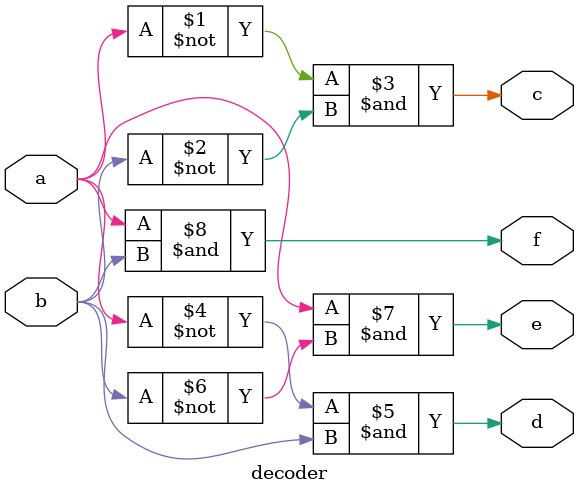
<source format=sv>
module decoder(	input	logic	a,b,
		output	logic	c,d,e,f);
	assign	c	=	~a&~b;
	assign	d	=	~a&b;
	assign	e	=	a&~b;
	assign	f	=	a&b;
endmodule

</source>
